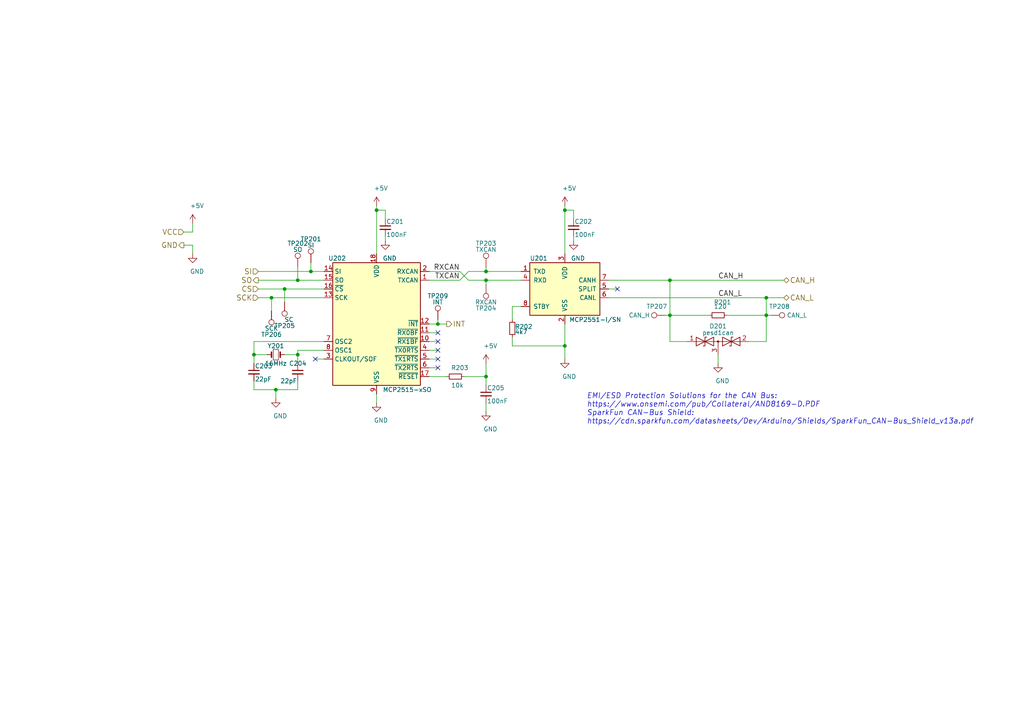
<source format=kicad_sch>
(kicad_sch (version 20231120) (generator "eeschema") (generator_version "8.0")
  (paper "A4")
  (lib_symbols
    (symbol "Connector:TestPoint" (pin_numbers hide) (pin_names (offset 0.762) hide)
      (property "Reference" "TP" (at 0 6.858 0))
      (property "Value" "TestPoint" (at 0 5.08 0))
      (symbol "TestPoint_0_1"
        (circle (center 0 3.302) (radius 0.762))
      )
      (symbol "TestPoint_1_1"
        (pin passive line (at 0 0 90) (length 2.54) (name "1") (number "1"))
      )
    )
    (symbol "Device:C_Small" (pin_numbers hide) (pin_names (offset 0.254) hide)
      (property "Reference" "C" (at 0.254 1.778 0))
      (property "Value" "C_Small" (at 0.254 -2.032 0))
      (symbol "C_Small_0_1"
        (polyline (pts (xy -1.524 -0.508) (xy 1.524 -0.508)) (stroke (width 0.3302)))
        (polyline (pts (xy -1.524 0.508) (xy 1.524 0.508)) (stroke (width 0.3048)))
      )
      (symbol "C_Small_1_1"
        (pin passive line (at 0 2.54 270) (length 2.032) (name "~") (number "1"))
        (pin passive line (at 0 -2.54 90) (length 2.032) (name "~") (number "2"))
      )
    )
    (symbol "Device:Crystal_Small" (pin_numbers hide) (pin_names (offset 1.016) hide)
      (property "Reference" "Y" (at 0 2.54 0))
      (property "Value" "Crystal_Small" (at 0 -2.54 0))
      (symbol "Crystal_Small_0_1"
        (rectangle (start -0.762 -1.524) (end 0.762 1.524))
        (polyline (pts (xy -1.27 -0.762) (xy -1.27 0.762)) (stroke (width 0.381)))
        (polyline (pts (xy 1.27 -0.762) (xy 1.27 0.762)) (stroke (width 0.381)))
      )
      (symbol "Crystal_Small_1_1"
        (pin passive line (at -2.54 0 0) (length 1.27) (name "1") (number "1"))
        (pin passive line (at 2.54 0 180) (length 1.27) (name "2") (number "2"))
      )
    )
    (symbol "Device:R_Small" (pin_numbers hide) (pin_names (offset 0.254) hide)
      (property "Reference" "R" (at 0.762 0.508 0))
      (property "Value" "R_Small" (at 0.762 -1.016 0))
      (symbol "R_Small_0_1"
        (rectangle (start -0.762 1.778) (end 0.762 -1.778) (stroke (width 0.2032)))
      )
      (symbol "R_Small_1_1"
        (pin passive line (at 0 2.54 270) (length 0.762) (name "~") (number "1"))
        (pin passive line (at 0 -2.54 90) (length 0.762) (name "~") (number "2"))
      )
    )
    (symbol "Interface_CAN_LIN:MCP2561-E-SN" (pin_names (offset 1.016))
      (property "Reference" "U" (at -10.16 8.89 0))
      (property "Value" "MCP2561-E-SN" (at 2.54 8.89 0))
      (symbol "MCP2561-E-SN_0_1"
        (rectangle (start -10.16 7.62) (end 10.16 -7.62) (stroke (width 0.254)) (fill (type background)))
      )
      (symbol "MCP2561-E-SN_1_1"
        (pin input line (at -12.7 5.08 0) (length 2.54) (name "TXD") (number "1"))
        (pin power_in line (at 0 -10.16 90) (length 2.54) (name "VSS") (number "2"))
        (pin power_in line (at 0 10.16 270) (length 2.54) (name "VDD") (number "3"))
        (pin output line (at -12.7 2.54 0) (length 2.54) (name "RXD") (number "4"))
        (pin passive line (at 12.7 0 180) (length 2.54) (name "SPLIT") (number "5"))
        (pin bidirectional line (at 12.7 -2.54 180) (length 2.54) (name "CANL") (number "6"))
        (pin bidirectional line (at 12.7 2.54 180) (length 2.54) (name "CANH") (number "7"))
        (pin input line (at -12.7 -5.08 0) (length 2.54) (name "STBY") (number "8"))
      )
    )
    (symbol "basicsensormodule-rescue:+5V-power" (power) (pin_names (offset 0))
      (property "Value" "power_+5V" (at 0 3.556 0))
      (symbol "+5V-power_0_1"
        (polyline (pts (xy -0.762 1.27) (xy 0 2.54)))
        (polyline (pts (xy 0 0) (xy 0 2.54)))
        (polyline (pts (xy 0 2.54) (xy 0.762 1.27)))
      )
      (symbol "+5V-power_1_1"
        (pin power_in line (at 0 0 90) (length 0) hide (name "+5V") (number "1"))
      )
    )
    (symbol "basicsensormodule-rescue:D_TVS_x2_AAC-Device" (pin_names (offset 1.016) hide)
      (property "Reference" "D" (at 0 4.445 0))
      (property "Value" "Device_D_TVS_x2_AAC" (at 0 2.54 0))
      (symbol "D_TVS_x2_AAC-Device_0_0"
        (polyline (pts (xy 0 -1.27) (xy 0 0)))
      )
      (symbol "D_TVS_x2_AAC-Device_0_1"
        (polyline (pts (xy -6.35 0) (xy 6.35 0)))
        (polyline (pts (xy -3.302 1.27) (xy -3.81 1.27) (xy -3.81 -1.27) (xy -4.318 -1.27)) (stroke (width 0.2032)))
        (polyline (pts (xy 4.318 1.27) (xy 3.81 1.27) (xy 3.81 -1.27) (xy 3.302 -1.27)) (stroke (width 0.2032)))
        (polyline (pts (xy -6.35 -1.27) (xy -1.27 1.27) (xy -1.27 -1.27) (xy -6.35 1.27) (xy -6.35 -1.27)) (stroke (width 0.2032)))
        (polyline (pts (xy 1.27 -1.27) (xy 1.27 1.27) (xy 6.35 -1.27) (xy 6.35 1.27) (xy 1.27 -1.27)) (stroke (width 0.2032)))
        (circle (center 0 0) (radius 0.254) (fill (type outline)))
      )
      (symbol "D_TVS_x2_AAC-Device_1_1"
        (pin passive line (at -8.89 0 0) (length 2.54) (name "A1") (number "1"))
        (pin passive line (at 8.89 0 180) (length 2.54) (name "A2") (number "2"))
        (pin input line (at 0 -3.81 90) (length 2.54) (name "common") (number "3"))
      )
    )
    (symbol "basicsensormodule-rescue:GND-power" (power) (pin_names (offset 0))
      (property "Value" "power_GND" (at 0 -3.81 0))
      (symbol "GND-power_0_1"
        (polyline (pts (xy 0 0) (xy 0 -1.27) (xy 1.27 -1.27) (xy 0 -2.54) (xy -1.27 -1.27) (xy 0 -1.27)))
      )
      (symbol "GND-power_1_1"
        (pin power_in line (at 0 0 270) (length 0) hide (name "GND") (number "1"))
      )
    )
    (symbol "basicsensormodule-rescue:MCP2515-xSO-Interface_CAN_LIN"
      (property "Reference" "U" (at -10.16 19.685 0))
      (property "Value" "MCP2515-xSO-Interface_CAN_LIN" (at 19.05 20.32 0))
      (symbol "MCP2515-xSO-Interface_CAN_LIN_0_1"
        (rectangle (start -12.7 17.78) (end 12.7 -17.78) (stroke (width 0.254)) (fill (type background)))
      )
      (symbol "MCP2515-xSO-Interface_CAN_LIN_1_1"
        (pin output line (at 15.24 12.7 180) (length 2.54) (name "TXCAN") (number "1"))
        (pin output line (at 15.24 -5.08 180) (length 2.54) (name "~{RX1BF}") (number "10"))
        (pin output line (at 15.24 -2.54 180) (length 2.54) (name "~{RX0BF}") (number "11"))
        (pin output line (at 15.24 0 180) (length 2.54) (name "~{INT}") (number "12"))
        (pin input line (at -15.24 7.62 0) (length 2.54) (name "SCK") (number "13"))
        (pin input line (at -15.24 15.24 0) (length 2.54) (name "SI") (number "14"))
        (pin output line (at -15.24 12.7 0) (length 2.54) (name "SO") (number "15"))
        (pin input line (at -15.24 10.16 0) (length 2.54) (name "~{CS}") (number "16"))
        (pin input line (at 15.24 -15.24 180) (length 2.54) (name "~{RESET}") (number "17"))
        (pin power_in line (at 0 20.32 270) (length 2.54) (name "VDD") (number "18"))
        (pin input line (at 15.24 15.24 180) (length 2.54) (name "RXCAN") (number "2"))
        (pin output line (at -15.24 -10.16 0) (length 2.54) (name "CLKOUT/SOF") (number "3"))
        (pin input line (at 15.24 -7.62 180) (length 2.54) (name "~{TX0RTS}") (number "4"))
        (pin input line (at 15.24 -10.16 180) (length 2.54) (name "~{TX1RTS}") (number "5"))
        (pin input line (at 15.24 -12.7 180) (length 2.54) (name "~{TX2RTS}") (number "6"))
        (pin output line (at -15.24 -5.08 0) (length 2.54) (name "OSC2") (number "7"))
        (pin input line (at -15.24 -7.62 0) (length 2.54) (name "OSC1") (number "8"))
        (pin power_in line (at 0 -20.32 90) (length 2.54) (name "VSS") (number "9"))
      )
    )
  )
  (junction (at 127 93.98))
  (junction (at 163.83 100.33))
  (junction (at 90.17 78.74))
  (junction (at 222.25 91.44))
  (junction (at 82.55 83.82))
  (junction (at 109.22 60.96))
  (junction (at 222.25 86.36))
  (junction (at 73.66 102.87))
  (junction (at 80.01 113.03))
  (junction (at 140.97 78.74))
  (junction (at 140.97 109.22))
  (junction (at 163.83 60.96))
  (junction (at 194.31 91.44))
  (junction (at 194.31 81.28))
  (junction (at 78.74 86.36))
  (junction (at 86.36 81.28))
  (junction (at 86.36 102.87))
  (junction (at 140.97 81.28))
  (no_connect (at 91.44 104.14))
  (no_connect (at 127 104.14))
  (no_connect (at 127 96.52))
  (no_connect (at 127 99.06))
  (no_connect (at 127 106.68))
  (no_connect (at 179.07 83.82))
  (no_connect (at 127 101.6))
  (wire (pts (xy 133.35 81.28) (xy 135.89 78.74)))
  (wire (pts (xy 193.04 91.44) (xy 194.31 91.44)))
  (wire (pts (xy 80.01 115.57) (xy 80.01 113.03)))
  (wire (pts (xy 208.28 102.87) (xy 208.28 105.41)))
  (wire (pts (xy 90.17 76.2) (xy 90.17 78.74)))
  (wire (pts (xy 73.66 113.03) (xy 73.66 110.49)))
  (wire (pts (xy 78.74 90.17) (xy 78.74 86.36)))
  (wire (pts (xy 82.55 83.82) (xy 93.98 83.82)))
  (wire (pts (xy 127 99.06) (xy 124.46 99.06)))
  (wire (pts (xy 222.25 86.36) (xy 222.25 91.44)))
  (wire (pts (xy 127 104.14) (xy 124.46 104.14)))
  (wire (pts (xy 140.97 78.74) (xy 151.13 78.74)))
  (wire (pts (xy 124.46 93.98) (xy 127 93.98)))
  (wire (pts (xy 163.83 59.69) (xy 163.83 60.96)))
  (wire (pts (xy 86.36 113.03) (xy 86.36 110.49)))
  (wire (pts (xy 140.97 77.47) (xy 140.97 78.74)))
  (wire (pts (xy 55.88 71.12) (xy 55.88 73.66)))
  (wire (pts (xy 73.66 113.03) (xy 80.01 113.03)))
  (wire (pts (xy 73.66 102.87) (xy 73.66 105.41)))
  (wire (pts (xy 133.35 78.74) (xy 135.89 81.28)))
  (wire (pts (xy 140.97 81.28) (xy 151.13 81.28)))
  (wire (pts (xy 80.01 113.03) (xy 86.36 113.03)))
  (wire (pts (xy 166.37 63.5) (xy 166.37 60.96)))
  (wire (pts (xy 140.97 82.55) (xy 140.97 81.28)))
  (wire (pts (xy 91.44 104.14) (xy 93.98 104.14)))
  (wire (pts (xy 163.83 60.96) (xy 166.37 60.96)))
  (wire (pts (xy 90.17 78.74) (xy 93.98 78.74)))
  (wire (pts (xy 163.83 93.98) (xy 163.83 100.33)))
  (wire (pts (xy 222.25 91.44) (xy 223.52 91.44)))
  (wire (pts (xy 135.89 81.28) (xy 140.97 81.28)))
  (wire (pts (xy 127 106.68) (xy 124.46 106.68)))
  (wire (pts (xy 109.22 59.69) (xy 109.22 60.96)))
  (wire (pts (xy 163.83 60.96) (xy 163.83 73.66)))
  (wire (pts (xy 199.39 99.06) (xy 194.31 99.06)))
  (wire (pts (xy 124.46 109.22) (xy 129.54 109.22)))
  (wire (pts (xy 124.46 78.74) (xy 133.35 78.74)))
  (wire (pts (xy 74.93 86.36) (xy 78.74 86.36)))
  (wire (pts (xy 86.36 102.87) (xy 86.36 105.41)))
  (wire (pts (xy 127 96.52) (xy 124.46 96.52)))
  (wire (pts (xy 127 92.71) (xy 127 93.98)))
  (wire (pts (xy 166.37 68.58) (xy 166.37 69.85)))
  (wire (pts (xy 73.66 99.06) (xy 73.66 102.87)))
  (wire (pts (xy 124.46 81.28) (xy 133.35 81.28)))
  (wire (pts (xy 73.66 99.06) (xy 93.98 99.06)))
  (wire (pts (xy 194.31 91.44) (xy 205.74 91.44)))
  (wire (pts (xy 222.25 99.06) (xy 222.25 91.44)))
  (wire (pts (xy 74.93 78.74) (xy 90.17 78.74)))
  (wire (pts (xy 148.59 92.71) (xy 148.59 88.9)))
  (wire (pts (xy 210.82 91.44) (xy 222.25 91.44)))
  (wire (pts (xy 82.55 87.63) (xy 82.55 83.82)))
  (wire (pts (xy 78.74 86.36) (xy 93.98 86.36)))
  (wire (pts (xy 194.31 99.06) (xy 194.31 91.44)))
  (wire (pts (xy 86.36 81.28) (xy 93.98 81.28)))
  (wire (pts (xy 86.36 101.6) (xy 86.36 102.87)))
  (wire (pts (xy 148.59 97.79) (xy 148.59 100.33)))
  (wire (pts (xy 127 101.6) (xy 124.46 101.6)))
  (wire (pts (xy 55.88 64.77) (xy 55.88 67.31)))
  (wire (pts (xy 140.97 109.22) (xy 134.62 109.22)))
  (wire (pts (xy 135.89 78.74) (xy 140.97 78.74)))
  (wire (pts (xy 140.97 109.22) (xy 140.97 111.76)))
  (wire (pts (xy 86.36 102.87) (xy 82.55 102.87)))
  (wire (pts (xy 111.76 63.5) (xy 111.76 60.96)))
  (wire (pts (xy 194.31 81.28) (xy 227.33 81.28)))
  (wire (pts (xy 86.36 101.6) (xy 93.98 101.6)))
  (wire (pts (xy 148.59 88.9) (xy 151.13 88.9)))
  (wire (pts (xy 194.31 81.28) (xy 194.31 91.44)))
  (wire (pts (xy 53.34 71.12) (xy 55.88 71.12)))
  (wire (pts (xy 176.53 81.28) (xy 194.31 81.28)))
  (wire (pts (xy 55.88 67.31) (xy 53.34 67.31)))
  (wire (pts (xy 127 93.98) (xy 129.54 93.98)))
  (wire (pts (xy 74.93 81.28) (xy 86.36 81.28)))
  (wire (pts (xy 140.97 105.41) (xy 140.97 109.22)))
  (wire (pts (xy 86.36 81.28) (xy 86.36 77.47)))
  (wire (pts (xy 163.83 100.33) (xy 163.83 104.14)))
  (wire (pts (xy 222.25 86.36) (xy 227.33 86.36)))
  (wire (pts (xy 109.22 116.84) (xy 109.22 114.3)))
  (wire (pts (xy 176.53 86.36) (xy 222.25 86.36)))
  (wire (pts (xy 140.97 116.84) (xy 140.97 119.38)))
  (wire (pts (xy 111.76 68.58) (xy 111.76 69.85)))
  (wire (pts (xy 74.93 83.82) (xy 82.55 83.82)))
  (wire (pts (xy 109.22 60.96) (xy 109.22 73.66)))
  (wire (pts (xy 109.22 60.96) (xy 111.76 60.96)))
  (wire (pts (xy 217.17 99.06) (xy 222.25 99.06)))
  (wire (pts (xy 77.47 102.87) (xy 73.66 102.87)))
  (wire (pts (xy 179.07 83.82) (xy 176.53 83.82)))
  (wire (pts (xy 148.59 100.33) (xy 163.83 100.33)))
  (text "EMI/ESD Protection Solutions for the CAN Bus: \nhttps://www.onsemi.com/pub/Collateral/AND8169-D.PDF\nSparkFun CAN-Bus Shield:\nhttps://cdn.sparkfun.com/datasheets/Dev/Arduino/Shields/SparkFun_CAN-Bus_Shield_v13a.pdf" (at 170.18 123.19 0) (effects (font (size 1.524 1.524) (italic yes)) (justify left bottom)))
  (label "RXCAN" (at 133.35 78.74 180) (effects (font (size 1.524 1.524))))
  (label "CAN_L" (at 208.28 86.36 0) (effects (font (size 1.524 1.524))))
  (label "TXCAN" (at 133.35 81.28 180) (effects (font (size 1.524 1.524))))
  (label "CAN_H" (at 208.28 81.28 0) (effects (font (size 1.524 1.524))))
  (hierarchical_label "CAN_H" (shape bidirectional) (at 227.33 81.28 0) (effects (font (size 1.524 1.524))))
  (hierarchical_label "SO" (shape output) (at 74.93 81.28 180) (effects (font (size 1.524 1.524))))
  (hierarchical_label "VCC" (shape input) (at 53.34 67.31 180) (effects (font (size 1.524 1.524))))
  (hierarchical_label "CS" (shape input) (at 74.93 83.82 180) (effects (font (size 1.524 1.524))))
  (hierarchical_label "GND" (shape output) (at 53.34 71.12 180) (effects (font (size 1.524 1.524))))
  (hierarchical_label "SI" (shape input) (at 74.93 78.74 180) (effects (font (size 1.524 1.524))))
  (hierarchical_label "INT" (shape output) (at 129.54 93.98 0) (effects (font (size 1.524 1.524))))
  (hierarchical_label "CAN_L" (shape bidirectional) (at 227.33 86.36 0) (effects (font (size 1.524 1.524))))
  (hierarchical_label "SCK" (shape input) (at 74.93 86.36 180) (effects (font (size 1.524 1.524))))
  (symbol (lib_id "Interface_CAN_LIN:MCP2561-E-SN") (at 163.83 83.82 0) (unit 1)
    (property "Reference" "U201" (at 153.67 74.93 0) (effects (justify left)))
    (property "Value" "MCP2551-I/SN" (at 165.1 92.71 0) (effects (justify left)))
    (property "Footprint" "Package_SO:SOIC-8_3.9x4.9mm_P1.27mm" (effects (hide yes)))
  )
  (symbol (lib_id "Device:R_Small") (at 132.08 109.22 270) (unit 1)
    (property "Reference" "R203" (at 130.81 106.68 90) (effects (justify left)))
    (property "Value" "10k" (at 130.81 111.76 90) (effects (justify left)))
    (property "Footprint" "Resistor_SMD:R_0805_2012Metric_Pad1.15x1.40mm_HandSolder" (effects (hide yes)))
  )
  (symbol (lib_id "Device:R_Small") (at 148.59 95.25 0) (unit 1)
    (property "Reference" "R202" (at 149.352 94.742 0) (effects (justify left)))
    (property "Value" "4k7" (at 149.352 96.266 0) (effects (justify left)))
    (property "Footprint" "Resistor_SMD:R_0805_2012Metric_Pad1.15x1.40mm_HandSolder" (effects (hide yes)))
  )
  (symbol (lib_id "Device:R_Small") (at 208.28 91.44 270) (unit 1)
    (property "Reference" "R201" (at 207.01 87.63 90) (effects (justify left)))
    (property "Value" "120" (at 207.01 88.9 90) (effects (justify left)))
    (property "Footprint" "Resistor_SMD:R_0805_2012Metric_Pad1.15x1.40mm_HandSolder" (effects (hide yes)))
  )
  (symbol (lib_id "Device:C_Small") (at 111.76 66.04 0) (unit 1)
    (property "Reference" "C201" (at 112.014 64.262 0) (effects (justify left)))
    (property "Value" "100nF" (at 112.014 68.072 0) (effects (justify left)))
    (property "Footprint" "Capacitor_SMD:C_0805_2012Metric_Pad1.15x1.40mm_HandSolder" (effects (hide yes)))
  )
  (symbol (lib_id "basicsensormodule-rescue:D_TVS_x2_AAC-Device") (at 208.28 99.06 0) (unit 1)
    (property "Reference" "D201" (at 208.28 94.615 0))
    (property "Value" "pesd1can" (at 208.28 96.52 0))
    (property "Footprint" "Package_TO_SOT_SMD:SOT-23_Handsoldering" (effects (hide yes)))
    (property "Datasheet" "https://assets.nexperia.com/documents/data-sheet/PESD1CAN.pdf" (effects (hide yes)))
  )
  (symbol (lib_id "Connector:TestPoint") (at 140.97 77.47 0) (unit 1)
    (property "Reference" "TP203" (at 140.97 70.612 0))
    (property "Value" "TXCAN" (at 140.97 72.39 0))
    (property "Footprint" "TestPoint:TestPoint_Pad_2.0x2.0mm" (effects (hide yes)))
    (property "Description" "test point" (effects (hide yes)))
  )
  (symbol (lib_id "Connector:TestPoint") (at 140.97 82.55 180) (unit 1)
    (property "Reference" "TP204" (at 140.97 89.408 0))
    (property "Value" "RXCAN" (at 140.97 87.63 0))
    (property "Footprint" "TestPoint:TestPoint_Pad_2.0x2.0mm" (effects (hide yes)))
    (property "Description" "test point" (effects (hide yes)))
  )
  (symbol (lib_id "Connector:TestPoint") (at 127 92.71 0) (unit 1)
    (property "Reference" "TP209" (at 127 85.852 0))
    (property "Value" "INT" (at 127 87.63 0))
    (property "Footprint" "TestPoint:TestPoint_Pad_2.0x2.0mm" (effects (hide yes)))
    (property "Description" "test point" (effects (hide yes)))
  )
  (symbol (lib_id "Connector:TestPoint") (at 90.17 76.2 0) (unit 1)
    (property "Reference" "TP201" (at 90.17 69.342 0))
    (property "Value" "SI" (at 90.17 71.12 0))
    (property "Footprint" "TestPoint:TestPoint_Pad_2.0x2.0mm" (effects (hide yes)))
    (property "Description" "test point" (effects (hide yes)))
  )
  (symbol (lib_id "Connector:TestPoint") (at 86.36 77.47 0) (unit 1)
    (property "Reference" "TP202" (at 86.36 70.612 0))
    (property "Value" "SO" (at 86.36 72.39 0))
    (property "Footprint" "TestPoint:TestPoint_Pad_2.0x2.0mm" (effects (hide yes)))
    (property "Description" "test point" (effects (hide yes)))
  )
  (symbol (lib_id "Connector:TestPoint") (at 78.74 90.17 180) (unit 1)
    (property "Reference" "TP206" (at 78.74 97.028 0))
    (property "Value" "SCK" (at 78.74 95.25 0))
    (property "Footprint" "TestPoint:TestPoint_Pad_2.0x2.0mm" (effects (hide yes)))
    (property "Description" "test point" (effects (hide yes)))
  )
  (symbol (lib_id "Connector:TestPoint") (at 82.55 87.63 180) (unit 1)
    (property "Reference" "TP205" (at 82.55 94.488 0))
    (property "Value" "SC" (at 83.82 92.71 0))
    (property "Footprint" "TestPoint:TestPoint_Pad_2.0x2.0mm" (effects (hide yes)))
    (property "Description" "test point" (effects (hide yes)))
  )
  (symbol (lib_id "Connector:TestPoint") (at 223.52 91.44 270) (unit 1)
    (property "Reference" "TP208" (at 226.06 88.9 90))
    (property "Value" "CAN_L" (at 231.14 91.44 90))
    (property "Footprint" "TestPoint:TestPoint_Pad_2.0x2.0mm" (effects (hide yes)))
    (property "Description" "test point" (effects (hide yes)))
  )
  (symbol (lib_id "Connector:TestPoint") (at 193.04 91.44 90) (mirror x) (unit 1)
    (property "Reference" "TP207" (at 190.5 88.9 90))
    (property "Value" "CAN_H" (at 185.42 91.44 90))
    (property "Footprint" "TestPoint:TestPoint_Pad_2.0x2.0mm" (effects (hide yes)))
    (property "Description" "test point" (effects (hide yes)))
  )
  (symbol (lib_id "basicsensormodule-rescue:MCP2515-xSO-Interface_CAN_LIN") (at 109.22 93.98 0) (unit 1)
    (property "Reference" "U202" (at 97.79 74.93 0))
    (property "Value" "MCP2515-xSO" (at 118.11 113.03 0))
    (property "Footprint" "Package_SO:SOIC-18W_7.5x11.6mm_P1.27mm" (effects (hide yes)))
    (property "Datasheet" "http://ww1.microchip.com/downloads/en/DeviceDoc/21801e.pdf" (effects (hide yes)))
  )
  (symbol (lib_id "Device:Crystal_Small") (at 80.01 102.87 0) (unit 1)
    (property "Reference" "Y201" (at 80.01 100.33 0))
    (property "Value" "16MHz" (at 80.01 105.41 0))
    (property "Footprint" "Crystal:Crystal_HC49-U_Vertical" (effects (hide yes)))
    (property "Datasheet" "http://www.farnell.com/datasheets/321153.pdf" (effects (hide yes)))
    (instances (project "" (path "" (reference "Y201") (unit 1)) (path "" (reference "Y201") (unit 1)) (path "" (reference "Y?") (unit 1))))
  )
  (symbol (lib_id "Device:C_Small") (at 73.66 107.95 0) (unit 1)
    (property "Reference" "C203" (at 73.914 106.172 0) (effects (justify left)))
    (property "Value" "22pF" (at 73.914 109.982 0) (effects (justify left)))
    (property "Footprint" "Capacitor_SMD:C_0805_2012Metric_Pad1.15x1.40mm_HandSolder" (effects (hide yes)))
    (instances (project "" (path "" (reference "C203") (unit 1)) (path "" (reference "C203") (unit 1)) (path "" (reference "C?") (unit 1))))
  )
  (symbol (lib_id "Device:C_Small") (at 86.36 107.95 0) (unit 1)
    (property "Reference" "C204" (at 83.82 105.41 0) (effects (justify left)))
    (property "Value" "22pF" (at 81.28 110.49 0) (effects (justify left)))
    (property "Footprint" "Capacitor_SMD:C_0805_2012Metric_Pad1.15x1.40mm_HandSolder" (effects (hide yes)))
    (instances (project "" (path "" (reference "C204") (unit 1)) (path "" (reference "C204") (unit 1)) (path "" (reference "C?") (unit 1))))
  )
  (symbol (lib_id "basicsensormodule-rescue:GND-power") (at 80.01 115.57 0) (unit 1)
    (property "Reference" "#PWR0210" (effects (hide yes)))
    (property "Value" "GND" (at 81.28 120.65 0))
    (instances (project "" (path "" (reference "#PWR0210") (unit 1)) (path "" (reference "#PWR0210") (unit 1)) (path "" (reference "#PWR?") (unit 1))))
  )
  (symbol (lib_id "basicsensormodule-rescue:GND-power") (at 111.76 69.85 0) (unit 1)
    (property "Reference" "#PWR0204" (effects (hide yes)))
    (property "Value" "GND" (at 113.03 74.93 0))
    (instances (project "" (path "" (reference "#PWR0204") (unit 1)) (path "" (reference "#PWR0204") (unit 1)) (path "" (reference "#PWR?") (unit 1))))
  )
  (symbol (lib_id "basicsensormodule-rescue:+5V-power") (at 140.97 105.41 0) (unit 1)
    (property "Reference" "#PWR0107" (effects (hide yes)))
    (property "Value" "+5V" (at 142.24 100.33 0))
  )
  (symbol (lib_id "basicsensormodule-rescue:+5V-power") (at 109.22 59.69 0) (unit 1)
    (property "Reference" "#PWR0201" (effects (hide yes)))
    (property "Value" "+5V" (at 110.49 54.61 0))
  )
  (symbol (lib_id "Device:C_Small") (at 166.37 66.04 0) (unit 1)
    (property "Reference" "C202" (at 166.624 64.262 0) (effects (justify left)))
    (property "Value" "100nF" (at 166.624 68.072 0) (effects (justify left)))
    (property "Footprint" "Capacitor_SMD:C_0805_2012Metric_Pad1.15x1.40mm_HandSolder" (effects (hide yes)))
  )
  (symbol (lib_id "basicsensormodule-rescue:GND-power") (at 166.37 69.85 0) (unit 1)
    (property "Reference" "#PWR0205" (effects (hide yes)))
    (property "Value" "GND" (at 167.64 74.93 0))
    (instances (project "" (path "" (reference "#PWR0205") (unit 1)) (path "" (reference "#PWR0205") (unit 1)) (path "" (reference "#PWR?") (unit 1))))
  )
  (symbol (lib_id "basicsensormodule-rescue:+5V-power") (at 163.83 59.69 0) (unit 1)
    (property "Reference" "#PWR0202" (effects (hide yes)))
    (property "Value" "+5V" (at 165.1 54.61 0))
  )
  (symbol (lib_id "basicsensormodule-rescue:+5V-power") (at 55.88 64.77 0) (unit 1)
    (property "Reference" "#PWR0203" (effects (hide yes)))
    (property "Value" "+5V" (at 57.15 59.69 0))
  )
  (symbol (lib_id "basicsensormodule-rescue:GND-power") (at 55.88 73.66 0) (unit 1)
    (property "Reference" "#PWR0206" (effects (hide yes)))
    (property "Value" "GND" (at 57.15 78.74 0))
    (instances (project "" (path "" (reference "#PWR0206") (unit 1)) (path "" (reference "#PWR0206") (unit 1)) (path "" (reference "#PWR?") (unit 1))))
  )
  (symbol (lib_id "basicsensormodule-rescue:GND-power") (at 109.22 116.84 0) (unit 1)
    (property "Reference" "#PWR0211" (effects (hide yes)))
    (property "Value" "GND" (at 110.49 121.92 0))
    (instances (project "" (path "" (reference "#PWR0211") (unit 1)) (path "" (reference "#PWR0211") (unit 1)) (path "" (reference "#PWR?") (unit 1))))
  )
  (symbol (lib_id "basicsensormodule-rescue:GND-power") (at 163.83 104.14 0) (unit 1)
    (property "Reference" "#PWR0207" (effects (hide yes)))
    (property "Value" "GND" (at 165.1 109.22 0))
    (instances (project "" (path "" (reference "#PWR0207") (unit 1)) (path "" (reference "#PWR0207") (unit 1)) (path "" (reference "#PWR?") (unit 1))))
  )
  (symbol (lib_id "Device:C_Small") (at 140.97 114.3 0) (unit 1)
    (property "Reference" "C205" (at 141.224 112.522 0) (effects (justify left)))
    (property "Value" "100nF" (at 141.224 116.332 0) (effects (justify left)))
    (property "Footprint" "Capacitor_SMD:C_0805_2012Metric_Pad1.15x1.40mm_HandSolder" (effects (hide yes)))
  )
  (symbol (lib_id "basicsensormodule-rescue:GND-power") (at 140.97 119.38 0) (unit 1)
    (property "Reference" "#PWR0212" (effects (hide yes)))
    (property "Value" "GND" (at 142.24 124.46 0))
    (instances (project "" (path "" (reference "#PWR0212") (unit 1)) (path "" (reference "#PWR0212") (unit 1)) (path "" (reference "#PWR?") (unit 1))))
  )
  (symbol (lib_id "basicsensormodule-rescue:GND-power") (at 208.28 105.41 0) (unit 1)
    (property "Reference" "#PWR0208" (effects (hide yes)))
    (property "Value" "GND" (at 209.55 110.49 0))
    (instances (project "" (path "" (reference "#PWR0208") (unit 1)) (path "" (reference "#PWR0208") (unit 1)) (path "" (reference "#PWR?") (unit 1))))
  )
)
</source>
